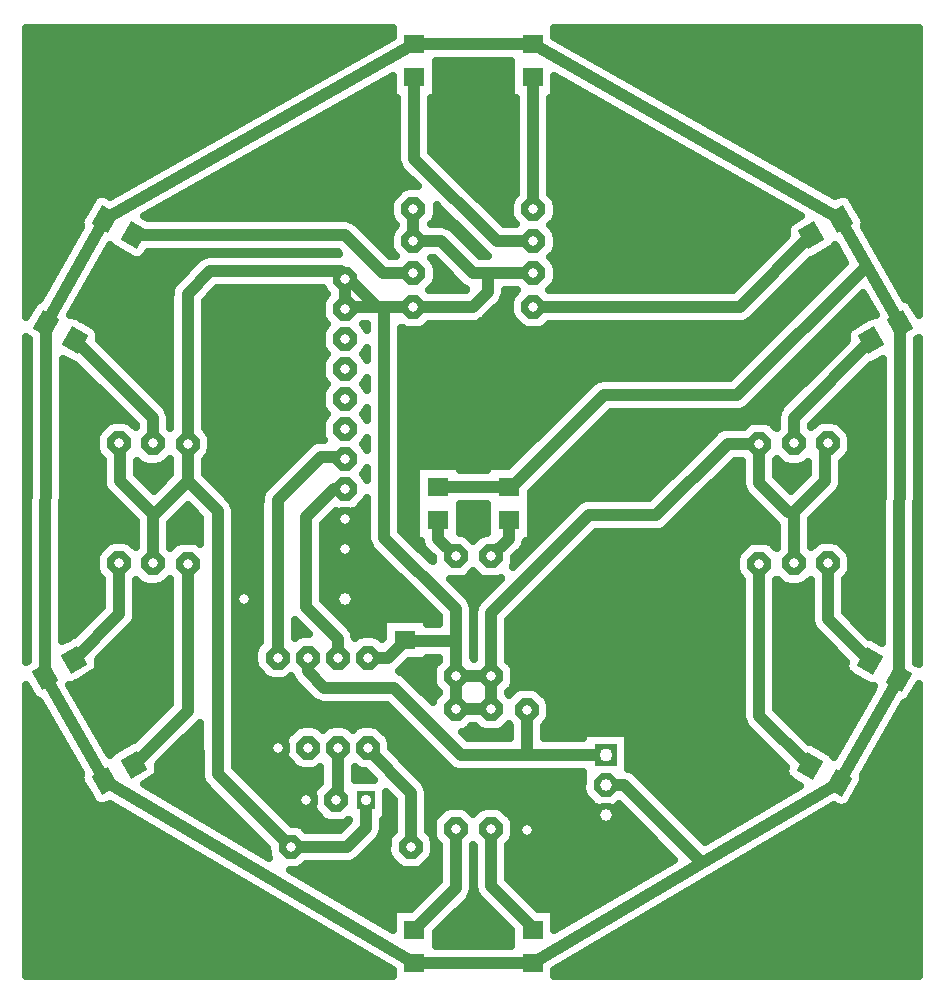
<source format=gbr>
G04 DipTrace 3.3.1.3*
G04 Bottom.gbr*
%MOMM*%
G04 #@! TF.FileFunction,Copper,L2,Bot*
G04 #@! TF.Part,Single*
%AMOUTLINE0*
4,1,8,
-1.01627,0.42097,
-1.01627,-0.42097,
-0.42097,-1.01627,
0.42097,-1.01627,
1.01627,-0.42097,
1.01627,0.42097,
0.42097,1.01627,
-0.42097,1.01627,
-1.01627,0.42097,
0*%
%AMOUTLINE3*
4,1,4,
-1.14283,0.37943,
-0.24283,-1.17943,
1.14283,-0.37943,
0.24283,1.17943,
-1.14283,0.37943,
0*%
%AMOUTLINE6*
4,1,4,
0.24283,-1.17943,
1.14283,0.37943,
-0.24283,1.17943,
-1.14283,-0.37943,
0.24283,-1.17943,
0*%
%AMOUTLINE9*
4,1,4,
1.14283,-0.37943,
0.24283,1.17943,
-1.14283,0.37943,
-0.24283,-1.17943,
1.14283,-0.37943,
0*%
%AMOUTLINE12*
4,1,8,
0.42097,1.01627,
-0.42097,1.01627,
-1.01627,0.42097,
-1.01627,-0.42097,
-0.42097,-1.01627,
0.42097,-1.01627,
1.01627,-0.42097,
1.01627,0.42097,
0.42097,1.01627,
0*%
%ADD13C,1.0*%
%ADD20C,0.8*%
%ADD21C,0.9*%
%ADD22C,1.1*%
G04 #@! TA.AperFunction,CopperBalancing*
%ADD14C,0.635*%
%ADD16R,1.8X1.6*%
G04 #@! TA.AperFunction,ComponentPad*
%ADD17R,1.5X1.5*%
%ADD18R,1.9X1.9*%
G04 #@! TA.AperFunction,ViaPad*
%ADD19C,2.2*%
G04 #@! TA.AperFunction,ComponentPad*
%ADD32OUTLINE0*%
%ADD35OUTLINE3*%
%ADD38OUTLINE6*%
%ADD41OUTLINE9*%
G04 #@! TA.AperFunction,ComponentPad*
%ADD44OUTLINE12*%
%FSLAX35Y35*%
G04*
G71*
G90*
G75*
G01*
G04 Bottom*
%LPD*%
X3397127Y2524000D2*
D13*
X3159000Y2762127D1*
Y2968493D1*
X3730500Y4651250D2*
Y4905250D1*
X5270373Y2270000D2*
X5810123D1*
X5937123Y2397000D1*
X3159000Y2968493D2*
Y3159000D1*
X3254250Y3254250D1*
X4032123D1*
X4635373Y2651000D1*
X5191000D1*
X5270373Y2571627D1*
Y2270000D1*
X3730500Y4651250D2*
Y4159127D1*
X4238500D1*
X3159000Y2968493D2*
X3143127D1*
Y3127247D1*
X2873250Y3397123D1*
Y4222623D1*
X3730500D2*
Y4651250D1*
X4286127Y2127123D2*
Y2587497D1*
X3921000Y2952623D1*
Y2968493D1*
X5118000Y4895750D2*
Y4737750D1*
X4968000Y4587750D1*
X4518000Y4895750D2*
Y4737750D1*
X4668000Y4587750D1*
X3413000Y3730493D2*
Y3619373D1*
X3555873Y3476500D1*
X4143250D1*
X4714750Y2905000D1*
X5285363D1*
X5937123D1*
X5270373Y3286000D2*
Y2919990D1*
X5285363Y2905000D1*
X4968000Y2277750D2*
Y1794500D1*
X5336750Y1425750D1*
X5318000D1*
X4668000Y2277750D2*
Y1775750D1*
X4318000Y1425750D1*
X1432987Y3711750D2*
X1818000Y4096763D1*
Y4527750D1*
X1940987Y2822750D2*
X2397000Y3278763D1*
Y4524250D1*
X1940987Y7305250D2*
X3727623D1*
X4047997Y6984877D1*
X4310000D1*
X1442107Y6416250D2*
X2102127Y5756230D1*
Y5543750D1*
X4318000Y8645750D2*
Y7953127D1*
X5016377Y7254750D1*
X5326000D1*
Y7524627D2*
Y8645750D1*
X5318000D1*
X5326000Y6699127D2*
X7072890D1*
X7679013Y7305250D1*
X8187013Y6416250D2*
X7533873Y5763110D1*
Y5543750D1*
X8175500Y3698750D2*
X7818000Y4056250D1*
Y4527750D1*
X7667500Y2809750D2*
X7238873Y3238377D1*
Y4524250D1*
X5118000Y5175750D2*
X4518000D1*
X5318000Y8925750D2*
X4318000D1*
X5318000Y1145750D2*
X4318000D1*
Y8925750D2*
D3*
Y1145750D2*
D3*
X8429500Y6556250D2*
X8147810Y7049207D1*
X7921500Y7445250D1*
X5118000Y5175750D2*
X5144000D1*
X5921250Y5953000D1*
X7051603D1*
X8147810Y7049207D1*
X7921500Y7445250D2*
X5318000Y8925750D1*
X4318000D2*
X1698500Y7445250D1*
X1199620Y6556250D2*
X1698500Y7445250D1*
X1199620Y6556250D2*
X1190500Y3571750D1*
X1698500Y2682750D2*
X4318000Y1145750D1*
X1698500Y2682750D2*
X1190500Y3571750D1*
X8417987Y3558750D2*
X8429500Y6556250D1*
X8417987Y3558750D2*
X7909987Y2669750D1*
X5318000Y1145750D2*
X6754180Y1990177D1*
X7909987Y2669750D1*
X5937123Y2651000D2*
X6093357D1*
X6754180Y1990177D1*
X3667000Y2968493D2*
Y2524000D1*
X3651127D1*
X3667000Y3730493D2*
Y3889250D1*
X3397127Y4159123D1*
Y4921127D1*
X3635250Y5159250D1*
X3730500D1*
X3159000Y3730493D2*
Y5063997D1*
X3524127Y5429123D1*
X3730500D1*
Y5413250D1*
X4968000Y3571750D2*
X4668000D1*
X4968000Y3293750D2*
Y3571750D1*
X4668000Y3293750D2*
Y3571750D1*
X1818000Y5543750D2*
X1825500Y5536250D1*
Y5222750D1*
X2102127Y4946123D1*
Y4527750D1*
X7818000Y5543750D2*
X7794500Y5520250D1*
Y5222750D1*
X7533873Y4962123D1*
Y4527750D1*
X7238873Y5540250D2*
Y5206873D1*
X7483623Y4962123D1*
X7533873D1*
X2397000Y5540250D2*
Y5222750D1*
X2120373Y4946123D1*
X2102127D1*
X4968000Y3293750D2*
X4668000D1*
X4310000Y7254750D2*
Y7524627D1*
X5326000Y6984877D2*
X4937370D1*
X4809997D1*
X4540123Y7254750D1*
X4310000D1*
Y6699127D2*
X4810000D1*
X4937370Y6826497D1*
Y6984877D1*
X4310000Y6699127D2*
X4063873D1*
X4000373D1*
X3698750Y7000750D1*
X2587500D1*
X2397000Y6810250D1*
Y5540250D1*
X7238873D2*
X6969000D1*
X6365750Y4937000D1*
X5794250D1*
X4968000Y4110750D1*
Y3571750D1*
X4668000D2*
Y3873377D1*
Y4142373D1*
X4063873Y4746500D1*
Y6699127D1*
X3921000Y3730493D2*
X4095617D1*
X4238500Y3873377D1*
X4668000D1*
X2397000Y5222750D2*
X2651000Y4968750D1*
Y2746250D1*
X3270127Y2127123D1*
X3905127Y2524000D2*
Y2285873D1*
X3746377Y2127123D1*
X3270127D1*
X4238500Y3879127D2*
Y3873377D1*
X3730500Y6683250D2*
Y6937250D1*
Y6762627D1*
X3794000Y6699127D1*
X4000373D1*
D19*
X2873250Y4222623D3*
X3730500D3*
X8581853Y9001333D2*
D14*
X5508630D1*
X4127377D2*
X1038110D1*
X8581853Y8938167D2*
X5594397D1*
X4040330D2*
X1038110D1*
X8581853Y8875000D2*
X5705503D1*
X3928587D2*
X1038110D1*
X8581853Y8811833D2*
X5816613D1*
X3816840D2*
X1038110D1*
X8581853Y8748667D2*
X5927627D1*
X5127337D2*
X4508670D1*
X3705097D2*
X1038110D1*
X8581853Y8685500D2*
X6038733D1*
X5127337D2*
X4508670D1*
X3593353D2*
X1038110D1*
X8581853Y8622333D2*
X6149840D1*
X5553353D2*
X5508630D1*
X5127337D2*
X4508670D1*
X4127377D2*
X4080740D1*
X3481517D2*
X1038110D1*
X8581853Y8559167D2*
X6260857D1*
X5664367D2*
X5508630D1*
X5127337D2*
X4508670D1*
X4127377D2*
X3968993D1*
X3369770D2*
X1038110D1*
X8581853Y8496000D2*
X6371963D1*
X5775473D2*
X5508630D1*
X5127337D2*
X4508670D1*
X4127377D2*
X3857250D1*
X3258027D2*
X1038110D1*
X8581853Y8432833D2*
X6483070D1*
X5886580D2*
X5476637D1*
X5175370D2*
X4468657D1*
X4167387D2*
X3745503D1*
X3146280D2*
X1038110D1*
X8581853Y8369667D2*
X6594177D1*
X5997687D2*
X5476637D1*
X5175370D2*
X4468657D1*
X4167387D2*
X3633670D1*
X3034537D2*
X1038110D1*
X8581853Y8306500D2*
X6705193D1*
X6108703D2*
X5476637D1*
X5175370D2*
X4468657D1*
X4167387D2*
X3521923D1*
X2922700D2*
X1038110D1*
X8581853Y8243333D2*
X6816300D1*
X6219810D2*
X5476637D1*
X5175370D2*
X4468657D1*
X4167387D2*
X3410180D1*
X2810957D2*
X1038110D1*
X8581853Y8180167D2*
X6927407D1*
X6330917D2*
X5476637D1*
X5175370D2*
X4468657D1*
X4167387D2*
X3298433D1*
X2699210D2*
X1038110D1*
X8581853Y8117000D2*
X7038420D1*
X6441933D2*
X5476637D1*
X5175370D2*
X4468657D1*
X4167387D2*
X3186690D1*
X2587467D2*
X1038110D1*
X8581853Y8053833D2*
X7149530D1*
X6553040D2*
X5476637D1*
X5175370D2*
X4468657D1*
X4167387D2*
X3074853D1*
X2475720D2*
X1038110D1*
X8581853Y7990667D2*
X7260637D1*
X6664147D2*
X5476637D1*
X5175370D2*
X4490897D1*
X4167387D2*
X2963110D1*
X2363887D2*
X1038110D1*
X8581853Y7927500D2*
X7371650D1*
X6775163D2*
X5476637D1*
X5175370D2*
X4554060D1*
X4169667D2*
X2851363D1*
X2252140D2*
X1038110D1*
X8581853Y7864333D2*
X7482757D1*
X6886270D2*
X5476637D1*
X5175370D2*
X4617223D1*
X4197923D2*
X2739620D1*
X2140397D2*
X1038110D1*
X8581853Y7801167D2*
X7593863D1*
X6997377D2*
X5476637D1*
X5175370D2*
X4680387D1*
X4259537D2*
X2627873D1*
X2028650D2*
X1038110D1*
X8581853Y7738000D2*
X7704970D1*
X7108483D2*
X5476637D1*
X5175370D2*
X4743553D1*
X4322700D2*
X2516040D1*
X1916907D2*
X1038110D1*
X8581853Y7674833D2*
X7815987D1*
X7219497D2*
X5476637D1*
X5175370D2*
X4806717D1*
X4176777D2*
X2404293D1*
X1805070D2*
X1038110D1*
X8581853Y7611667D2*
X8033003D1*
X7330603D2*
X5516833D1*
X5135173D2*
X4869880D1*
X4119173D2*
X2292550D1*
X1586960D2*
X1038110D1*
X8581853Y7548500D2*
X8069463D1*
X7441710D2*
X5528227D1*
X5123690D2*
X4933043D1*
X4107687D2*
X2180803D1*
X1550500D2*
X1038110D1*
X8581853Y7485333D2*
X8105920D1*
X7552727D2*
X5528227D1*
X5123690D2*
X4996207D1*
X4575357D2*
X4512223D1*
X4107687D2*
X2069060D1*
X1514043D2*
X1038110D1*
X8581853Y7422167D2*
X8135270D1*
X7506880D2*
X5506443D1*
X5145567D2*
X5059373D1*
X4638520D2*
X4490440D1*
X4129563D2*
X3818513D1*
X1484783D2*
X1038110D1*
X8581853Y7359000D2*
X8143290D1*
X7465410D2*
X5504893D1*
X4701687D2*
X4646207D1*
X4131113D2*
X3884320D1*
X1478313D2*
X1038110D1*
X8581853Y7295833D2*
X8179387D1*
X7459210D2*
X5528227D1*
X4764850D2*
X4709463D1*
X4107687D2*
X3947483D1*
X1442857D2*
X1038110D1*
X8581853Y7232667D2*
X8215480D1*
X7396047D2*
X5528227D1*
X4828013D2*
X4772627D1*
X4107687D2*
X4010647D1*
X1407400D2*
X1038110D1*
X8581853Y7169500D2*
X8251573D1*
X7906553D2*
X7818813D1*
X7332883D2*
X5517837D1*
X4891177D2*
X4835790D1*
X4118170D2*
X4073813D1*
X1801150D2*
X1715597D1*
X1371947D2*
X1038110D1*
X8581853Y7106333D2*
X8287667D1*
X7942650D2*
X7709437D1*
X7269720D2*
X5487940D1*
X2482830D2*
X2019933D1*
X1910617D2*
X1680140D1*
X1336490D2*
X1038110D1*
X8581853Y7043167D2*
X8323760D1*
X7931347D2*
X7627313D1*
X7206553D2*
X5526860D1*
X4541270D2*
X4510857D1*
X2419483D2*
X1644683D1*
X1301033D2*
X1038110D1*
X8581853Y6980000D2*
X8359853D1*
X7868183D2*
X7564150D1*
X7143390D2*
X5528227D1*
X4604433D2*
X4512223D1*
X2356320D2*
X1609230D1*
X1265580D2*
X1038110D1*
X8581853Y6916833D2*
X8395947D1*
X7805020D2*
X7500987D1*
X7080227D2*
X5524670D1*
X4667597D2*
X4508670D1*
X2293157D2*
X1573773D1*
X1230123D2*
X1038110D1*
X8581853Y6853667D2*
X8432040D1*
X7741853D2*
X7437823D1*
X7017063D2*
X5478187D1*
X4743613D2*
X4462183D1*
X3537843D2*
X2650843D1*
X2253053D2*
X1538317D1*
X1194757D2*
X1038110D1*
X8581853Y6790500D2*
X8468137D1*
X8123117D2*
X8099540D1*
X7678690D2*
X7374660D1*
X5137637D2*
X5083433D1*
X3554340D2*
X2587680D1*
X2246400D2*
X1502863D1*
X1159303D2*
X1038110D1*
X8581853Y6727333D2*
X8538043D1*
X8159210D2*
X8036377D1*
X7615527D2*
X7311493D1*
X5123690D2*
X5048527D1*
X3528273D2*
X2547667D1*
X2246400D2*
X1467407D1*
X1091127D2*
X1038110D1*
X8195303Y6664167D2*
X7973213D1*
X7552363D2*
X7248330D1*
X5123690D2*
X4985453D1*
X3528273D2*
X2547667D1*
X2246400D2*
X1431950D1*
X8132050Y6601000D2*
X7910050D1*
X7489197D2*
X7185167D1*
X5142193D2*
X4922290D1*
X3537207D2*
X2547667D1*
X2246400D2*
X1497030D1*
X8022673Y6537833D2*
X7846887D1*
X7426033D2*
X5448110D1*
X5203900D2*
X4432107D1*
X3555710D2*
X2547667D1*
X2246400D2*
X1606493D1*
X7974367Y6474667D2*
X7783720D1*
X7362870D2*
X4214540D1*
X3528273D2*
X2547667D1*
X2246400D2*
X1654803D1*
X7971817Y6411500D2*
X7720467D1*
X7299707D2*
X4214540D1*
X3528273D2*
X2547667D1*
X2246400D2*
X1657263D1*
X7908650Y6348333D2*
X7657303D1*
X7236543D2*
X4214540D1*
X3536567D2*
X2547667D1*
X2246400D2*
X1720427D1*
X7845487Y6285167D2*
X7594137D1*
X7173377D2*
X4214540D1*
X3556983D2*
X2547667D1*
X2246400D2*
X1783590D1*
X8277610Y6222000D2*
X8225503D1*
X7782323D2*
X7530973D1*
X7110213D2*
X4214540D1*
X3528363D2*
X2547667D1*
X2246400D2*
X1846753D1*
X1403663D2*
X1349280D1*
X8277337Y6158833D2*
X8140010D1*
X7719160D2*
X7467810D1*
X7047050D2*
X4214540D1*
X3528273D2*
X2547667D1*
X2246400D2*
X1909920D1*
X1489160D2*
X1349007D1*
X8277063Y6095667D2*
X8076847D1*
X7655997D2*
X7404647D1*
X5893327D2*
X4214540D1*
X3536020D2*
X2547667D1*
X2246400D2*
X1973083D1*
X1552323D2*
X1348827D1*
X8276880Y6032500D2*
X8013683D1*
X7592830D2*
X7341480D1*
X5790330D2*
X4214540D1*
X3558353D2*
X2547667D1*
X2246400D2*
X2036247D1*
X1615487D2*
X1348643D1*
X8276607Y5969333D2*
X7950517D1*
X7529667D2*
X7278317D1*
X5727167D2*
X4214540D1*
X3528457D2*
X2547667D1*
X2246400D2*
X2099410D1*
X1678650D2*
X1348460D1*
X8276333Y5906167D2*
X7887353D1*
X7466503D2*
X7215153D1*
X5664003D2*
X4214540D1*
X3528273D2*
X2547667D1*
X2246400D2*
X2162577D1*
X1741817D2*
X1348280D1*
X8276150Y5843000D2*
X7824190D1*
X7407350D2*
X7151350D1*
X5600840D2*
X4214540D1*
X3535473D2*
X2547667D1*
X2246400D2*
X2223733D1*
X1804980D2*
X1348097D1*
X8275877Y5779833D2*
X7761027D1*
X7384197D2*
X5958527D1*
X5537673D2*
X4214540D1*
X3559627D2*
X2547667D1*
X1868143D2*
X1347913D1*
X8275603Y5716667D2*
X7928187D1*
X7383197D2*
X7344763D1*
X7133000D2*
X5895363D1*
X5474510D2*
X4214540D1*
X3528547D2*
X2547667D1*
X1707817D2*
X1347730D1*
X8275423Y5653500D2*
X7991623D1*
X6873233D2*
X5832197D1*
X5411347D2*
X4214540D1*
X3528273D2*
X2567170D1*
X1644290D2*
X1347457D1*
X8275150Y5590333D2*
X8020153D1*
X6808703D2*
X5769033D1*
X5348183D2*
X4214540D1*
X3534927D2*
X2598890D1*
X1615853D2*
X1347277D1*
X8274877Y5527167D2*
X8020243D1*
X6745540D2*
X5705780D1*
X5285020D2*
X4214540D1*
X3411790D2*
X2599253D1*
X1615760D2*
X1347093D1*
X8274693Y5464000D2*
X8012407D1*
X6682377D2*
X5642613D1*
X5221853D2*
X4214540D1*
X3348627D2*
X2592873D1*
X1623600D2*
X1346910D1*
X8274420Y5400833D2*
X7958540D1*
X6619210D2*
X5579450D1*
X5158690D2*
X4214540D1*
X3285460D2*
X2547667D1*
X1674823D2*
X1346730D1*
X8274147Y5337667D2*
X7945140D1*
X7643873D2*
X7389517D1*
X7088247D2*
X6976807D1*
X6556047D2*
X5516287D1*
X4927363D2*
X4708643D1*
X4327350D2*
X4214540D1*
X3222297D2*
X2547667D1*
X2246400D2*
X1976183D1*
X1674823D2*
X1346547D1*
X8273963Y5274500D2*
X7945140D1*
X7635853D2*
X7389517D1*
X7088247D2*
X6913643D1*
X6492883D2*
X5453123D1*
X4327350D2*
X4214540D1*
X3159133D2*
X2555687D1*
X2238377D2*
X1984113D1*
X1674823D2*
X1346363D1*
X8273690Y5211333D2*
X7944683D1*
X7572687D2*
X7444840D1*
X7088247D2*
X6850480D1*
X6429720D2*
X5389957D1*
X4327350D2*
X4214540D1*
X3095970D2*
X2618850D1*
X2175213D2*
X2047367D1*
X1675280D2*
X1346183D1*
X8273417Y5148167D2*
X7924360D1*
X7100733D2*
X6787313D1*
X6366553D2*
X5326793D1*
X4327350D2*
X4214540D1*
X3035447D2*
X2682017D1*
X1695603D2*
X1346000D1*
X8273233Y5085000D2*
X7867120D1*
X7150317D2*
X6724150D1*
X6303300D2*
X5308657D1*
X4327350D2*
X4214540D1*
X3009927D2*
X2745180D1*
X1752843D2*
X1345727D1*
X8272960Y5021833D2*
X7803957D1*
X7213483D2*
X6660987D1*
X5668650D2*
X5308657D1*
X4927363D2*
X4708643D1*
X4327350D2*
X4214540D1*
X3913273D2*
X3876480D1*
X3008377D2*
X2791480D1*
X1816007D2*
X1345543D1*
X8272687Y4958667D2*
X7740790D1*
X7276647D2*
X6597823D1*
X5605487D2*
X5308657D1*
X4927363D2*
X4708643D1*
X4327350D2*
X4214540D1*
X3913273D2*
X3645063D1*
X3008377D2*
X2801600D1*
X2450657D2*
X2343317D1*
X1879173D2*
X1345363D1*
X8272507Y4895500D2*
X7684553D1*
X7339810D2*
X6534660D1*
X5542323D2*
X5308657D1*
X4927363D2*
X4708643D1*
X4327350D2*
X4214540D1*
X3913273D2*
X3581897D1*
X3008377D2*
X2801600D1*
X2500330D2*
X2280153D1*
X1942337D2*
X1345180D1*
X8272233Y4832333D2*
X7684553D1*
X7383197D2*
X6471403D1*
X5479160D2*
X5308657D1*
X4927363D2*
X4708643D1*
X4327350D2*
X4214540D1*
X3913273D2*
X3547810D1*
X3008377D2*
X2801600D1*
X2500330D2*
X2252810D1*
X1951450D2*
X1344997D1*
X8271960Y4769167D2*
X7684553D1*
X7383197D2*
X5836847D1*
X5415997D2*
X5308657D1*
X4869303D2*
X4766703D1*
X4327350D2*
X4251637D1*
X3913273D2*
X3547810D1*
X3008377D2*
X2801600D1*
X2500330D2*
X2252810D1*
X1951450D2*
X1344813D1*
X8271777Y4706000D2*
X7921350D1*
X7714603D2*
X7684553D1*
X7383197D2*
X7337017D1*
X7140747D2*
X5773683D1*
X5352830D2*
X5265087D1*
X4370917D2*
X4314803D1*
X3919017D2*
X3547810D1*
X3008377D2*
X2801600D1*
X2298807D2*
X2252810D1*
X1951450D2*
X1921350D1*
X1714563D2*
X1344633D1*
X8271503Y4642833D2*
X7986337D1*
X7074030D2*
X5710517D1*
X5289667D2*
X5233003D1*
X4403000D2*
X4377950D1*
X3957113D2*
X3547810D1*
X3008377D2*
X2801600D1*
X1649667D2*
X1344450D1*
X8271230Y4579667D2*
X8019790D1*
X7037570D2*
X5647353D1*
X5226503D2*
X5170297D1*
X4465710D2*
X4441130D1*
X4020280D2*
X3547810D1*
X3008377D2*
X2801600D1*
X1616217D2*
X1344177D1*
X8271047Y4516500D2*
X8020243D1*
X7036567D2*
X5584190D1*
X4083443D2*
X3547810D1*
X3008377D2*
X2801600D1*
X1615760D2*
X1343993D1*
X8270773Y4453333D2*
X8014593D1*
X7041127D2*
X5521027D1*
X4146607D2*
X3547810D1*
X3008377D2*
X2801600D1*
X1621413D2*
X1343813D1*
X8270500Y4390167D2*
X7968657D1*
X7088247D2*
X5457863D1*
X5037010D2*
X4630623D1*
X4209770D2*
X3547810D1*
X3008377D2*
X2801600D1*
X1667350D2*
X1343630D1*
X8270317Y4327000D2*
X7968657D1*
X7667387D2*
X7389517D1*
X7088247D2*
X5394697D1*
X4973847D2*
X4693787D1*
X4272937D2*
X3547810D1*
X3008377D2*
X2801600D1*
X2246400D2*
X1968617D1*
X1667350D2*
X1343447D1*
X8270043Y4263833D2*
X7968657D1*
X7667387D2*
X7389517D1*
X7088247D2*
X5331533D1*
X4910683D2*
X4756950D1*
X4336100D2*
X3547810D1*
X3008377D2*
X2801600D1*
X2246400D2*
X1968617D1*
X1667350D2*
X1343267D1*
X8269770Y4200667D2*
X7968657D1*
X7667387D2*
X7389517D1*
X7088247D2*
X5268280D1*
X4848793D2*
X4806350D1*
X4399263D2*
X3565947D1*
X3008377D2*
X2801600D1*
X2246400D2*
X1968617D1*
X1667350D2*
X1343083D1*
X8269590Y4137500D2*
X7968657D1*
X7667387D2*
X7389517D1*
X7088247D2*
X5205113D1*
X4462427D2*
X3629113D1*
X3008377D2*
X2801600D1*
X2246400D2*
X1968617D1*
X1648300D2*
X1342900D1*
X8269317Y4074333D2*
X8010310D1*
X7667387D2*
X7389517D1*
X7088247D2*
X5141950D1*
X4517387D2*
X3692367D1*
X3008377D2*
X2801600D1*
X2246400D2*
X1966887D1*
X1585137D2*
X1342720D1*
X8269043Y4011167D2*
X8073473D1*
X7674590D2*
X7389517D1*
X7088247D2*
X5118617D1*
X4047897D2*
X3755530D1*
X3334680D2*
X3309647D1*
X3008377D2*
X2801600D1*
X2246400D2*
X1940543D1*
X1521970D2*
X1342447D1*
X8268860Y3948000D2*
X8136637D1*
X7715877D2*
X7389517D1*
X7088247D2*
X5118617D1*
X4047897D2*
X3805113D1*
X3397843D2*
X3309647D1*
X3008377D2*
X2801600D1*
X2246400D2*
X1879660D1*
X1458807D2*
X1342263D1*
X8268587Y3884833D2*
X8228147D1*
X7779043D2*
X7389517D1*
X7088247D2*
X5118617D1*
X3008377D2*
X2801600D1*
X2246400D2*
X1816493D1*
X7842207Y3821667D2*
X7389517D1*
X7088247D2*
X5118617D1*
X2970553D2*
X2801600D1*
X2246400D2*
X1753330D1*
X7905370Y3758500D2*
X7389517D1*
X7088247D2*
X5118617D1*
X2956697D2*
X2801600D1*
X2246400D2*
X1690167D1*
X7967167Y3695333D2*
X7389517D1*
X7088247D2*
X5127823D1*
X4508183D2*
X4270870D1*
X2956697D2*
X2801600D1*
X2246400D2*
X1645413D1*
X7965070Y3632167D2*
X7389517D1*
X7088247D2*
X5168473D1*
X4467530D2*
X4207707D1*
X2975293D2*
X2801600D1*
X2246400D2*
X1638213D1*
X8025317Y3569000D2*
X7389517D1*
X7088247D2*
X5170297D1*
X4465710D2*
X4261117D1*
X3037090D2*
X2801600D1*
X2246400D2*
X1560647D1*
X8134693Y3505833D2*
X7389517D1*
X7088247D2*
X5167197D1*
X4468807D2*
X4324280D1*
X3316177D2*
X2801600D1*
X2246400D2*
X1448993D1*
X8581853Y3442667D2*
X8558587D1*
X8179080D2*
X7389517D1*
X7088247D2*
X5397160D1*
X5143650D2*
X5122360D1*
X4513650D2*
X4387537D1*
X3379340D2*
X2801600D1*
X2246400D2*
X1436780D1*
X1057400D2*
X1038137D1*
X8581853Y3379500D2*
X8520270D1*
X8142987D2*
X7389517D1*
X7088247D2*
X5457407D1*
X4476463D2*
X4450700D1*
X3442507D2*
X2801600D1*
X2246400D2*
X1472873D1*
X1101790D2*
X1038110D1*
X8581853Y3316333D2*
X8452003D1*
X8106893D2*
X7389517D1*
X7088247D2*
X5472627D1*
X4093013D2*
X2801600D1*
X2224160D2*
X1508970D1*
X1163950D2*
X1038110D1*
X8581853Y3253167D2*
X8415910D1*
X8070800D2*
X7434450D1*
X7088247D2*
X5472627D1*
X4156177D2*
X2801600D1*
X2160997D2*
X1545063D1*
X1200043D2*
X1038110D1*
X8581853Y3190000D2*
X8379813D1*
X8034707D2*
X7497613D1*
X7096543D2*
X5455673D1*
X4219340D2*
X2801600D1*
X2097830D2*
X1581157D1*
X1236137D2*
X1038110D1*
X8581853Y3126833D2*
X8343720D1*
X7998613D2*
X7560780D1*
X7140020D2*
X5421040D1*
X5119770D2*
X5084530D1*
X4851530D2*
X4784477D1*
X4282507D2*
X4046103D1*
X3287923D2*
X2801600D1*
X2500330D2*
X2455517D1*
X2034667D2*
X1617250D1*
X1272233D2*
X1038110D1*
X8581853Y3063667D2*
X8307627D1*
X7962520D2*
X7624033D1*
X7203183D2*
X6132797D1*
X5741477D2*
X5421040D1*
X5119770D2*
X4766520D1*
X4345670D2*
X4106897D1*
X3227127D2*
X2801600D1*
X2500330D2*
X2392353D1*
X1971503D2*
X1653343D1*
X1308327D2*
X1038110D1*
X8581853Y3000500D2*
X8271533D1*
X7926423D2*
X7712080D1*
X7266347D2*
X6132797D1*
X4408833D2*
X4123303D1*
X3210720D2*
X2801600D1*
X2500330D2*
X2329100D1*
X1873887D2*
X1689437D1*
X1344420D2*
X1038110D1*
X8581853Y2937333D2*
X8235440D1*
X7890330D2*
X7821457D1*
X7329510D2*
X6132797D1*
X4471997D2*
X4146730D1*
X3210720D2*
X2801600D1*
X2500330D2*
X2265933D1*
X1765423D2*
X1725530D1*
X1380513D2*
X1038110D1*
X8581853Y2874167D2*
X8199347D1*
X7392673D2*
X6132797D1*
X4535163D2*
X4209893D1*
X3226490D2*
X2801600D1*
X2500330D2*
X2202770D1*
X1416607D2*
X1038110D1*
X8581853Y2811000D2*
X8163253D1*
X7455840D2*
X6132797D1*
X4598327D2*
X4273057D1*
X3287103D2*
X2801600D1*
X2500330D2*
X2152183D1*
X1452700D2*
X1038110D1*
X8581853Y2747833D2*
X8127160D1*
X7455657D2*
X6206897D1*
X5741477D2*
X4336220D1*
X3915370D2*
X3817600D1*
X3516333D2*
X2859840D1*
X2500330D2*
X2148357D1*
X1487610D2*
X1038110D1*
X8581853Y2684667D2*
X8122053D1*
X7509250D2*
X6270063D1*
X5734823D2*
X4399113D1*
X3516333D2*
X2923003D1*
X2514187D2*
X2076717D1*
X1490710D2*
X1038110D1*
X8581853Y2621500D2*
X8089697D1*
X7536867D2*
X6333227D1*
X5734823D2*
X4432743D1*
X3466840D2*
X2986170D1*
X2565317D2*
X2094397D1*
X1526257D2*
X1038110D1*
X8581853Y2558333D2*
X8053240D1*
X7429497D2*
X6396390D1*
X5749590D2*
X4436753D1*
X4104863D2*
X4080740D1*
X3448887D2*
X3049333D1*
X2628483D2*
X2202040D1*
X1562713D2*
X1038110D1*
X8581853Y2495167D2*
X8015960D1*
X7322037D2*
X6459553D1*
X5809563D2*
X4436753D1*
X4135487D2*
X4080740D1*
X3448887D2*
X3112497D1*
X2691647D2*
X2309683D1*
X1604277D2*
X1038110D1*
X8581853Y2432000D2*
X7796663D1*
X7214577D2*
X6522720D1*
X6101960D2*
X5097197D1*
X4838860D2*
X4797147D1*
X4538807D2*
X4436753D1*
X4135487D2*
X4080740D1*
X3463103D2*
X3175660D1*
X2754810D2*
X2417327D1*
X1834420D2*
X1038110D1*
X8581853Y2368833D2*
X7689203D1*
X7107207D2*
X6585973D1*
X6165123D2*
X5156533D1*
X4479470D2*
X4436753D1*
X4135487D2*
X4080740D1*
X3522897D2*
X3238827D1*
X2817973D2*
X2524970D1*
X1942063D2*
X1038110D1*
X8581853Y2305667D2*
X7581833D1*
X6999747D2*
X6649137D1*
X6228287D2*
X5170297D1*
X4465710D2*
X4436753D1*
X4135487D2*
X4055767D1*
X3714483D2*
X3373083D1*
X2881137D2*
X2632613D1*
X2049707D2*
X1038110D1*
X8581853Y2242500D2*
X7474373D1*
X6892283D2*
X6712303D1*
X6291450D2*
X5170297D1*
X4118080D2*
X4049113D1*
X2944303D2*
X2740257D1*
X2157350D2*
X1038110D1*
X8581853Y2179333D2*
X7366910D1*
X6354613D2*
X5151613D1*
X4084447D2*
X4009007D1*
X3007467D2*
X2847900D1*
X2264993D2*
X1038110D1*
X8581853Y2116167D2*
X7259450D1*
X6417780D2*
X5118617D1*
X4517387D2*
X4488347D1*
X4083900D2*
X3945843D1*
X3067897D2*
X2955637D1*
X2372637D2*
X1038110D1*
X8581853Y2053000D2*
X7152080D1*
X6480943D2*
X5118617D1*
X4517387D2*
X4482783D1*
X4089460D2*
X3882680D1*
X2480280D2*
X1038110D1*
X8581853Y1989833D2*
X7044620D1*
X6462530D2*
X5118617D1*
X4517387D2*
X4432290D1*
X4139953D2*
X3797093D1*
X2587923D2*
X1038110D1*
X8581853Y1926667D2*
X6937160D1*
X6355163D2*
X5118617D1*
X4517387D2*
X3278563D1*
X2695657D2*
X1038110D1*
X8581853Y1863500D2*
X6829790D1*
X6247700D2*
X5118617D1*
X4517387D2*
X3386207D1*
X2803300D2*
X1038110D1*
X8581853Y1800333D2*
X6722327D1*
X6140240D2*
X5172577D1*
X4482207D2*
X3493850D1*
X2910943D2*
X1038110D1*
X8581853Y1737167D2*
X6614867D1*
X6032870D2*
X5235740D1*
X4419043D2*
X3601493D1*
X3018587D2*
X1038110D1*
X8581853Y1674000D2*
X6507497D1*
X5925410D2*
X5298903D1*
X4878053D2*
X4776637D1*
X4355877D2*
X3709137D1*
X3126230D2*
X1038110D1*
X8581853Y1610833D2*
X6400037D1*
X5817947D2*
X5362067D1*
X4941217D2*
X4713473D1*
X4292713D2*
X3816873D1*
X3233873D2*
X1038110D1*
X8581853Y1547667D2*
X6292577D1*
X5710580D2*
X5508630D1*
X5004470D2*
X4650310D1*
X4127377D2*
X3924517D1*
X3341517D2*
X1038110D1*
X8581853Y1484500D2*
X6185207D1*
X5603117D2*
X5508630D1*
X5067637D2*
X4587147D1*
X4127377D2*
X4032160D1*
X3449160D2*
X1038110D1*
X8581853Y1421333D2*
X6077743D1*
X5127337D2*
X4523980D1*
X3556893D2*
X1038110D1*
X8581853Y1358167D2*
X5970283D1*
X5127337D2*
X4508670D1*
X3664537D2*
X1038110D1*
X8581853Y1295000D2*
X5862913D1*
X5127337D2*
X4508670D1*
X3772180D2*
X1038110D1*
X8581853Y1231833D2*
X5755453D1*
X3879823D2*
X1038110D1*
X8581853Y1168667D2*
X5647993D1*
X3987467D2*
X1038110D1*
X8581853Y1105500D2*
X5540530D1*
X4095110D2*
X1038110D1*
X8581853Y1042333D2*
X5508630D1*
X4127377D2*
X1038110D1*
X3812210Y2800213D2*
X3823480Y2790583D1*
X3836097Y2782853D1*
X3849767Y2777190D1*
X3864153Y2773737D1*
X3878903Y2772577D1*
X3897040D1*
X3976293Y2693273D1*
X3811277Y2693290D1*
X3811290Y2801173D1*
X4116917Y2960760D2*
X4116627Y3017987D1*
X4114310Y3032600D1*
X4109740Y3046673D1*
X4103023Y3059857D1*
X4094327Y3071827D1*
X4029770Y3136793D1*
X4018520Y3146403D1*
X4005903Y3154133D1*
X3992233Y3159797D1*
X3977847Y3163250D1*
X3963097Y3164410D1*
X3871507Y3164120D1*
X3856893Y3161803D1*
X3842820Y3157233D1*
X3829637Y3150517D1*
X3817667Y3141820D1*
X3793990Y3118553D1*
X3770333Y3141820D1*
X3758363Y3150517D1*
X3745180Y3157233D1*
X3731107Y3161807D1*
X3716493Y3164120D1*
X3624903Y3164410D1*
X3610153Y3163250D1*
X3595767Y3159797D1*
X3582097Y3154133D1*
X3569480Y3146403D1*
X3558230Y3136793D1*
X3539990Y3118553D1*
X3516333Y3141820D1*
X3504363Y3150517D1*
X3491180Y3157233D1*
X3477107Y3161803D1*
X3462493Y3164120D1*
X3370903Y3164410D1*
X3356153Y3163250D1*
X3341767Y3159797D1*
X3328097Y3154133D1*
X3315480Y3146403D1*
X3304230Y3136793D1*
X3239673Y3071827D1*
X3230977Y3059857D1*
X3224260Y3046673D1*
X3219690Y3032600D1*
X3217373Y3017987D1*
X3217083Y2926397D1*
X3218243Y2911647D1*
X3221697Y2897260D1*
X3227360Y2883590D1*
X3235090Y2870973D1*
X3244700Y2859723D1*
X3309667Y2795167D1*
X3321637Y2786470D1*
X3334820Y2779753D1*
X3348893Y2775183D1*
X3363507Y2772867D1*
X3455097Y2772577D1*
X3469847Y2773737D1*
X3484233Y2777190D1*
X3497903Y2782853D1*
X3510520Y2790583D1*
X3522737Y2801160D1*
X3522710Y2672727D1*
X3477800Y2627333D1*
X3469103Y2615363D1*
X3462387Y2602180D1*
X3457813Y2588107D1*
X3455500Y2573493D1*
X3455210Y2481903D1*
X3456370Y2467153D1*
X3459823Y2452767D1*
X3465487Y2439097D1*
X3473217Y2426480D1*
X3482827Y2415230D1*
X3547793Y2350673D1*
X3559763Y2341977D1*
X3572947Y2335260D1*
X3587020Y2330687D1*
X3601633Y2328373D1*
X3693223Y2328083D1*
X3707973Y2329243D1*
X3722360Y2332697D1*
X3736030Y2338360D1*
X3748647Y2346090D1*
X3759170Y2354710D1*
X3760900D1*
X3753600Y2338403D1*
X3686637Y2271440D1*
X3402847Y2271413D1*
X3373460Y2300450D1*
X3361490Y2309147D1*
X3348307Y2315863D1*
X3334233Y2320437D1*
X3319620Y2322750D1*
X3278223Y2323040D1*
X2795263Y2806043D1*
X2794847Y4980070D1*
X2791303Y5002433D1*
X2784307Y5023967D1*
X2774027Y5044140D1*
X2760720Y5062460D1*
X2720030Y5103777D1*
X2541310Y5282497D1*
X2541290Y5407503D1*
X2570327Y5436917D1*
X2579023Y5448887D1*
X2585740Y5462070D1*
X2590313Y5476143D1*
X2592627Y5490757D1*
X2592917Y5582347D1*
X2591757Y5597097D1*
X2588303Y5611483D1*
X2582640Y5625153D1*
X2574910Y5637767D1*
X2565280Y5649037D1*
X2541260Y5673057D1*
X2541290Y6750393D1*
X2647327Y6856520D1*
X3542800Y6856460D1*
X3552590Y6839730D1*
X3562200Y6828480D1*
X3580440Y6810240D1*
X3557173Y6786583D1*
X3548477Y6774613D1*
X3541760Y6761430D1*
X3537187Y6747357D1*
X3534873Y6732743D1*
X3534583Y6641153D1*
X3535743Y6626403D1*
X3539197Y6612017D1*
X3544860Y6598347D1*
X3552590Y6585730D1*
X3562200Y6574480D1*
X3580440Y6556240D1*
X3557173Y6532583D1*
X3548477Y6520613D1*
X3541760Y6507430D1*
X3537190Y6493357D1*
X3534873Y6478743D1*
X3534583Y6387153D1*
X3535743Y6372403D1*
X3539197Y6358017D1*
X3544860Y6344347D1*
X3552590Y6331730D1*
X3562200Y6320480D1*
X3580440Y6302240D1*
X3557173Y6278583D1*
X3548477Y6266613D1*
X3541760Y6253430D1*
X3537187Y6239357D1*
X3534873Y6224743D1*
X3534583Y6133153D1*
X3535743Y6118403D1*
X3539197Y6104017D1*
X3544860Y6090347D1*
X3552590Y6077730D1*
X3562200Y6066480D1*
X3580440Y6048240D1*
X3557173Y6024583D1*
X3548477Y6012613D1*
X3541760Y5999430D1*
X3537190Y5985357D1*
X3534873Y5970743D1*
X3534583Y5879153D1*
X3535743Y5864403D1*
X3539197Y5850017D1*
X3544860Y5836347D1*
X3552590Y5823730D1*
X3562200Y5812480D1*
X3580440Y5794240D1*
X3557173Y5770583D1*
X3548477Y5758613D1*
X3541760Y5745430D1*
X3537187Y5731357D1*
X3534873Y5716743D1*
X3534583Y5625153D1*
X3535743Y5610403D1*
X3539197Y5596017D1*
X3544860Y5582347D1*
X3548493Y5575863D1*
X3543833Y5573413D1*
X3512807Y5572970D1*
X3490443Y5569427D1*
X3468910Y5562430D1*
X3448737Y5552150D1*
X3430417Y5538843D1*
X3389100Y5498153D1*
X3049280Y5157707D1*
X3035973Y5139387D1*
X3025693Y5119213D1*
X3018697Y5097680D1*
X3015153Y5075317D1*
X3014710Y5017330D1*
Y3863333D1*
X2985673Y3833827D1*
X2976977Y3821857D1*
X2970260Y3808673D1*
X2965687Y3794600D1*
X2963373Y3779987D1*
X2963083Y3688397D1*
X2964243Y3673647D1*
X2967697Y3659260D1*
X2973360Y3645590D1*
X2981090Y3632973D1*
X2990700Y3621723D1*
X3055667Y3557167D1*
X3067637Y3548470D1*
X3080820Y3541753D1*
X3094893Y3537180D1*
X3109507Y3534867D1*
X3201097Y3534577D1*
X3215847Y3535737D1*
X3230233Y3539190D1*
X3243903Y3544853D1*
X3256520Y3552583D1*
X3267770Y3562193D1*
X3276987Y3571410D1*
X3284437Y3553867D1*
X3296267Y3534560D1*
X3310970Y3517343D1*
X3462163Y3366780D1*
X3480483Y3353473D1*
X3500657Y3343193D1*
X3522190Y3336197D1*
X3544553Y3332653D1*
X3602540Y3332210D1*
X4083517D1*
X4621040Y2795280D1*
X4639360Y2781973D1*
X4659533Y2771693D1*
X4681067Y2764697D1*
X4703430Y2761153D1*
X4761417Y2760710D1*
X5747747D1*
X5747833Y2727793D1*
X5743810Y2715107D1*
X5741497Y2700493D1*
X5741207Y2608903D1*
X5742367Y2594153D1*
X5745820Y2579767D1*
X5751483Y2566097D1*
X5759213Y2553483D1*
X5768823Y2542230D1*
X5833790Y2477673D1*
X5845760Y2468977D1*
X5858943Y2462260D1*
X5873017Y2457687D1*
X5887630Y2455373D1*
X5979220Y2455083D1*
X5993970Y2456243D1*
X6008357Y2459697D1*
X6022027Y2465360D1*
X6034640Y2473090D1*
X6045893Y2482700D1*
X6051757Y2488563D1*
X6520133Y2019947D1*
X5502247Y1421463D1*
X5502290Y1600040D1*
X5366573D1*
X5112340Y1854217D1*
X5112290Y2144957D1*
X5141327Y2174417D1*
X5150023Y2186390D1*
X5156740Y2199570D1*
X5161310Y2213643D1*
X5163627Y2228257D1*
X5163917Y2319847D1*
X5162757Y2334597D1*
X5159303Y2348983D1*
X5153640Y2362653D1*
X5145910Y2375267D1*
X5136300Y2386520D1*
X5071333Y2451077D1*
X5059360Y2459773D1*
X5046180Y2466490D1*
X5032107Y2471060D1*
X5017493Y2473377D1*
X4925903Y2473667D1*
X4911153Y2472507D1*
X4896767Y2469053D1*
X4883097Y2463390D1*
X4870483Y2455660D1*
X4859233Y2446050D1*
X4818047Y2404867D1*
X4771333Y2451077D1*
X4759360Y2459773D1*
X4746180Y2466490D1*
X4732107Y2471063D1*
X4717493Y2473377D1*
X4625903Y2473667D1*
X4611153Y2472507D1*
X4596767Y2469053D1*
X4583097Y2463390D1*
X4570483Y2455660D1*
X4559233Y2446050D1*
X4494673Y2381083D1*
X4485977Y2369110D1*
X4479260Y2355930D1*
X4474690Y2341857D1*
X4472373Y2327243D1*
X4472083Y2235653D1*
X4473243Y2220903D1*
X4476697Y2206517D1*
X4482360Y2192847D1*
X4490090Y2180233D1*
X4499700Y2168980D1*
X4523740Y2144943D1*
X4523710Y1835600D1*
X4288257Y1600063D1*
X4133710Y1600040D1*
Y1421120D1*
X3264423Y1931233D1*
X3319620Y1931497D1*
X3334233Y1933813D1*
X3348307Y1938383D1*
X3361487Y1945100D1*
X3373460Y1953797D1*
X3402933Y1982863D1*
X3757697Y1983277D1*
X3780060Y1986820D1*
X3801593Y1993817D1*
X3821767Y2004097D1*
X3840087Y2017403D1*
X3881403Y2058093D1*
X4014847Y2192163D1*
X4028153Y2210483D1*
X4038433Y2230657D1*
X4045430Y2252190D1*
X4048973Y2274553D1*
X4049417Y2332540D1*
Y2354690D1*
X4074417Y2354710D1*
Y2595060D1*
X4141800Y2527767D1*
X4141837Y2259827D1*
X4112800Y2230457D1*
X4104103Y2218487D1*
X4097387Y2205303D1*
X4092813Y2191230D1*
X4090500Y2176617D1*
X4090210Y2085027D1*
X4091370Y2070277D1*
X4094823Y2055890D1*
X4100487Y2042220D1*
X4108217Y2029607D1*
X4117827Y2018353D1*
X4182793Y1953797D1*
X4194763Y1945100D1*
X4207947Y1938383D1*
X4222020Y1933810D1*
X4236633Y1931497D1*
X4328223Y1931207D1*
X4342973Y1932367D1*
X4357360Y1935820D1*
X4371030Y1941483D1*
X4383643Y1949213D1*
X4394897Y1958823D1*
X4459453Y2023790D1*
X4468150Y2035760D1*
X4474867Y2048943D1*
X4479440Y2063017D1*
X4481753Y2077630D1*
X4482043Y2169220D1*
X4480883Y2183970D1*
X4477430Y2198357D1*
X4471767Y2212027D1*
X4464037Y2224640D1*
X4454427Y2235893D1*
X4430387Y2259933D1*
X4429973Y2598817D1*
X4426430Y2621180D1*
X4419433Y2642713D1*
X4409153Y2662887D1*
X4395847Y2681207D1*
X4355157Y2722523D1*
X4116887Y2960793D1*
X3425840Y3926410D2*
X3363507Y3926120D1*
X3348893Y3923803D1*
X3334820Y3919233D1*
X3321637Y3912517D1*
X3309667Y3903820D1*
X3303263Y3897827D1*
X3303290Y4048867D1*
X3425737Y3926453D1*
X4044767Y3883797D2*
X4024333Y3903820D1*
X4012363Y3912517D1*
X3999180Y3919233D1*
X3985107Y3923803D1*
X3970493Y3926120D1*
X3878903Y3926410D1*
X3864153Y3925250D1*
X3849767Y3921797D1*
X3836097Y3916133D1*
X3823480Y3908403D1*
X3811007Y3897570D1*
X3809513Y3911823D1*
X3804227Y3933837D1*
X3795563Y3954757D1*
X3783733Y3974060D1*
X3769030Y3991280D1*
X3541457Y4218850D1*
X3541417Y4861403D1*
X3651063Y4971007D1*
X3666393Y4965937D1*
X3681007Y4963623D1*
X3772597Y4963333D1*
X3787347Y4964493D1*
X3801733Y4967947D1*
X3815403Y4973610D1*
X3828020Y4981340D1*
X3839270Y4990950D1*
X3903827Y5055917D1*
X3912523Y5067887D1*
X3919250Y5081097D1*
X3919583Y4949127D1*
X3920027Y4735180D1*
X3923570Y4712817D1*
X3930567Y4691283D1*
X3940847Y4671110D1*
X3954153Y4652790D1*
X3994843Y4611473D1*
X4523653Y4082663D1*
X4523710Y4017593D1*
X4422727Y4017667D1*
X4422790Y4053417D1*
X4054210D1*
X4053977Y3892910D1*
X4044760Y3883693D1*
X4273963Y3704837D2*
X4422790D1*
Y3729173D1*
X4523697Y3729087D1*
X4523710Y3704483D1*
X4494673Y3675083D1*
X4485977Y3663110D1*
X4479260Y3649930D1*
X4474690Y3635857D1*
X4472373Y3621243D1*
X4472083Y3529653D1*
X4473243Y3514903D1*
X4476697Y3500517D1*
X4482360Y3486847D1*
X4490090Y3474233D1*
X4499700Y3462980D1*
X4523740Y3438943D1*
X4523710Y3426553D1*
X4494673Y3397083D1*
X4485977Y3385113D1*
X4479260Y3371930D1*
X4474687Y3357857D1*
X4473240Y3350567D1*
X4236960Y3586220D1*
X4218640Y3599527D1*
X4198467Y3609807D1*
X4187797Y3613740D1*
X4189327Y3620773D1*
X4230643Y3661463D1*
X4274020Y3704837D1*
X5502290Y1031707D2*
Y1086760D1*
X7870970Y2479427D1*
X7893677Y2466700D1*
X7907490Y2461400D1*
X7921963Y2458323D1*
X7936740Y2457550D1*
X7951453Y2459097D1*
X7965747Y2462923D1*
X7979263Y2468943D1*
X7991670Y2477000D1*
X8002667Y2486903D1*
X8011977Y2498400D1*
X8074260Y2605700D1*
X8109377Y2667100D1*
X8114677Y2680913D1*
X8117753Y2695387D1*
X8118527Y2710163D1*
X8116980Y2724877D1*
X8115340Y2732127D1*
X8116300Y2739977D1*
X8464367Y3349090D1*
X8480623Y3354670D1*
X8493623Y3361730D1*
X8505363Y3370737D1*
X8515547Y3381470D1*
X8523940Y3393687D1*
X8588230Y3505040D1*
X8588250Y1031757D1*
X5502357Y1031750D1*
X5133710Y1424767D2*
Y1290053D1*
X4502337Y1290040D1*
X4502523Y1406217D1*
X4777720Y1682040D1*
X4791027Y1700360D1*
X4801307Y1720533D1*
X4808303Y1742067D1*
X4811847Y1764430D1*
X4812290Y1822417D1*
Y2144983D1*
X4823710Y2137750D1*
X4824153Y1783180D1*
X4827697Y1760817D1*
X4834693Y1739283D1*
X4844973Y1719110D1*
X4858280Y1700790D1*
X4898970Y1659473D1*
X5133760Y1424683D1*
X4133710Y1086613D2*
Y1031747D1*
X1031837Y1031750D1*
X1031750Y3498217D1*
X1088510Y3400400D1*
X1097820Y3388903D1*
X1108817Y3379000D1*
X1121223Y3370943D1*
X1134740Y3364923D1*
X1141840Y3362723D1*
X1146257Y3358350D1*
X1494323Y2749233D1*
X1491507Y2737877D1*
X1489960Y2723163D1*
X1490733Y2708387D1*
X1493810Y2693913D1*
X1499110Y2680100D1*
X1560890Y2572513D1*
X1596510Y2511400D1*
X1605820Y2499903D1*
X1616817Y2490000D1*
X1629223Y2481943D1*
X1642740Y2475923D1*
X1657033Y2472097D1*
X1671747Y2470550D1*
X1686523Y2471323D1*
X1700997Y2474400D1*
X1714810Y2479700D1*
X1737543Y2492490D1*
X4133770Y1086553D1*
X1046630Y3701490D2*
X1031710Y3692873D1*
X1031930Y6440600D1*
X1055007Y6426943D1*
X1046607Y3701560D1*
X1476057Y3523817D2*
X1600677Y3596100D1*
X1612173Y3605410D1*
X1622077Y3616407D1*
X1630133Y3628813D1*
X1636150Y3642330D1*
X1639980Y3656623D1*
X1641527Y3671337D1*
X1640753Y3686113D1*
X1637677Y3700587D1*
X1635287Y3707623D1*
X1650510Y3725217D1*
X1927720Y4003053D1*
X1941027Y4021373D1*
X1951307Y4041547D1*
X1958303Y4063080D1*
X1961847Y4085443D1*
X1962290Y4143430D1*
Y4390527D1*
X1998793Y4354423D1*
X2010763Y4345727D1*
X2023947Y4339010D1*
X2038020Y4334437D1*
X2052633Y4332123D1*
X2144223Y4331833D1*
X2158973Y4332993D1*
X2173360Y4336447D1*
X2187030Y4342110D1*
X2199643Y4349840D1*
X2210897Y4359450D1*
X2247823Y4396380D1*
X2252710Y4384250D1*
Y3338533D1*
X1947523Y3033343D1*
X1931480Y3028720D1*
X1918127Y3022350D1*
X1773297Y2938400D1*
X1761800Y2929090D1*
X1751897Y2918093D1*
X1743827Y2905660D1*
X1731167Y2916410D1*
X1397570Y3500203D1*
X1413637Y3499647D1*
X1428307Y3501577D1*
X1442493Y3505780D1*
X1455847Y3512150D1*
X1476057Y3523817D1*
X1389917Y3899683D2*
X1335690Y3868377D1*
X1343007Y6260737D1*
X1425797Y6213200D1*
X1439610Y6207900D1*
X1446817Y6206073D1*
X1455573Y6198727D1*
X1957830Y5696470D1*
X1957837Y5681033D1*
X1921333Y5717077D1*
X1909363Y5725773D1*
X1896180Y5732490D1*
X1882107Y5737063D1*
X1867493Y5739377D1*
X1775903Y5739667D1*
X1761153Y5738507D1*
X1746767Y5735053D1*
X1733097Y5729390D1*
X1720483Y5721660D1*
X1709230Y5712050D1*
X1644673Y5647083D1*
X1635977Y5635113D1*
X1629260Y5621930D1*
X1624687Y5607857D1*
X1622373Y5593243D1*
X1622083Y5501653D1*
X1623243Y5486903D1*
X1626697Y5472517D1*
X1632360Y5458847D1*
X1640090Y5446233D1*
X1649700Y5434980D1*
X1681217Y5403467D1*
X1681653Y5211430D1*
X1685197Y5189067D1*
X1692193Y5167533D1*
X1702473Y5147360D1*
X1715780Y5129040D1*
X1756470Y5087723D1*
X1957877Y4886317D1*
X1957837Y4664940D1*
X1921333Y4701077D1*
X1909363Y4709773D1*
X1896180Y4716490D1*
X1882107Y4721063D1*
X1867493Y4723377D1*
X1775903Y4723667D1*
X1761153Y4722507D1*
X1746767Y4719053D1*
X1733097Y4713390D1*
X1720483Y4705660D1*
X1709233Y4696050D1*
X1644673Y4631083D1*
X1635977Y4619110D1*
X1629260Y4605930D1*
X1624690Y4591857D1*
X1622373Y4577243D1*
X1622083Y4485653D1*
X1623243Y4470903D1*
X1626697Y4456517D1*
X1632360Y4442847D1*
X1640090Y4430233D1*
X1649700Y4418980D1*
X1673740Y4394943D1*
X1673710Y4156513D1*
X1439417Y3922237D1*
X1423480Y3917720D1*
X1410127Y3911350D1*
X1389917Y3899683D1*
X2025023Y2658467D2*
X2108677Y2707100D1*
X2120173Y2716410D1*
X2130073Y2727407D1*
X2138133Y2739813D1*
X2144150Y2753330D1*
X2147980Y2767623D1*
X2149527Y2782337D1*
X2148753Y2797113D1*
X2145677Y2811587D1*
X2143287Y2818623D1*
X2158510Y2836217D1*
X2499060Y3176767D1*
X2506710Y3172083D1*
X2507153Y2734930D1*
X2510697Y2712567D1*
X2517693Y2691033D1*
X2527973Y2670860D1*
X2541280Y2652540D1*
X2581970Y2611223D1*
X3074173Y2119020D1*
X3074500Y2077630D1*
X3076817Y2063017D1*
X3081387Y2048943D1*
X3088120Y2035737D1*
X3082907Y2037740D1*
X2025017Y2658460D1*
X1739710Y7634257D2*
X1714810Y7648300D1*
X1700997Y7653600D1*
X1686523Y7656677D1*
X1671747Y7657450D1*
X1657033Y7655903D1*
X1642740Y7652073D1*
X1629223Y7646057D1*
X1616817Y7638000D1*
X1605820Y7628097D1*
X1596510Y7616600D1*
X1534227Y7509300D1*
X1499110Y7447900D1*
X1493810Y7434087D1*
X1490733Y7419613D1*
X1489960Y7404837D1*
X1491507Y7390123D1*
X1493147Y7382873D1*
X1492737Y7373423D1*
X1150933Y6765270D1*
X1136983Y6760330D1*
X1123983Y6753270D1*
X1112243Y6744263D1*
X1102060Y6733530D1*
X1093680Y6721337D1*
X1031747Y6614067D1*
X1031750Y9064493D1*
X4133683Y9064500D1*
X4133710Y8987293D1*
X1739647Y7634247D1*
X2046973Y7140240D2*
X2058913Y7160923D1*
X3667927Y7160960D1*
X3683793Y7145023D1*
X2576180Y7144597D1*
X2553817Y7141053D1*
X2532283Y7134057D1*
X2512110Y7123777D1*
X2493790Y7110470D1*
X2452473Y7069780D1*
X2287280Y6903960D1*
X2273973Y6885640D1*
X2263693Y6865467D1*
X2256697Y6843933D1*
X2253153Y6821570D1*
X2252710Y6763583D1*
Y5673023D1*
X2246417Y5683750D1*
X2245973Y5767550D1*
X2242430Y5789913D1*
X2235433Y5811447D1*
X2225153Y5831620D1*
X2211847Y5849940D1*
X2171157Y5891257D1*
X1643763Y6418650D1*
X1648620Y6434590D1*
X1650550Y6449260D1*
X1650163Y6464050D1*
X1647467Y6478597D1*
X1642527Y6492547D1*
X1635467Y6505547D1*
X1626460Y6517287D1*
X1615727Y6527470D1*
X1603533Y6535850D1*
X1458417Y6619300D1*
X1444603Y6624600D1*
X1430130Y6627677D1*
X1415353Y6628450D1*
X1405383Y6628077D1*
X1741480Y7227000D1*
X1747627Y7215953D1*
X1756633Y7204213D1*
X1767367Y7194030D1*
X1779560Y7185650D1*
X1924677Y7102200D1*
X1938490Y7096900D1*
X1952963Y7093823D1*
X1967740Y7093050D1*
X1982453Y7094597D1*
X1996747Y7098423D1*
X2010263Y7104443D1*
X2022670Y7112500D1*
X2033667Y7122403D1*
X2042977Y7133900D1*
X2046940Y7140187D1*
X2059710Y7449507D2*
X2029873Y7466733D1*
X4133710Y8655850D1*
Y8471460D1*
X4173723D1*
X4174153Y7941807D1*
X4177697Y7919443D1*
X4184693Y7897910D1*
X4194973Y7877737D1*
X4208280Y7859417D1*
X4248970Y7818100D1*
X4346483Y7720587D1*
X4260507Y7720253D1*
X4245893Y7717937D1*
X4231820Y7713367D1*
X4218640Y7706650D1*
X4206667Y7697953D1*
X4141700Y7633397D1*
X4132090Y7622143D1*
X4124360Y7609530D1*
X4118697Y7595860D1*
X4115243Y7581473D1*
X4114083Y7566723D1*
X4114373Y7475133D1*
X4116687Y7460520D1*
X4121260Y7446447D1*
X4127977Y7433263D1*
X4136673Y7421293D1*
X4165740Y7391817D1*
X4151733Y7373553D1*
X4136673Y7358083D1*
X4127977Y7346113D1*
X4121260Y7332930D1*
X4116687Y7318857D1*
X4114373Y7304243D1*
X4114083Y7212653D1*
X4115243Y7197903D1*
X4118697Y7183517D1*
X4124360Y7169847D1*
X4132090Y7157233D1*
X4141700Y7145980D1*
X4158520Y7129160D1*
X4107747Y7129167D1*
X3821333Y7414970D1*
X3803013Y7428277D1*
X3782840Y7438557D1*
X3761307Y7445553D1*
X3738943Y7449097D1*
X3680957Y7449540D1*
X2059563D1*
X4502217Y8751460D2*
X4502290Y8781447D1*
X5133663Y8781460D1*
X5133710Y8471460D1*
X5181743D1*
X5181710Y7657457D1*
X5152673Y7627960D1*
X5143977Y7615990D1*
X5137260Y7602807D1*
X5132687Y7588733D1*
X5130373Y7574120D1*
X5130083Y7482530D1*
X5131243Y7467780D1*
X5134697Y7453393D1*
X5140360Y7439723D1*
X5148090Y7427110D1*
X5157700Y7415857D1*
X5174520Y7399037D1*
X5076170Y7399040D1*
X4462240Y8012943D1*
X4462290Y8471473D1*
X4502290Y8471460D1*
Y8751550D1*
X5502290Y8986890D2*
Y9064547D1*
X8588163Y9064500D1*
X8588250Y6629933D1*
X8531490Y6727600D1*
X8522180Y6739097D1*
X8511183Y6748997D1*
X8498777Y6757057D1*
X8485260Y6763073D1*
X8478160Y6765277D1*
X8473743Y6769650D1*
X8125623Y7378860D1*
X8128493Y7390123D1*
X8130040Y7404837D1*
X8129267Y7419613D1*
X8126190Y7434087D1*
X8120890Y7447900D1*
X8059110Y7555487D1*
X8023490Y7616600D1*
X8014180Y7628097D1*
X8003183Y7638000D1*
X7990777Y7646057D1*
X7977260Y7652077D1*
X7962967Y7655903D1*
X7948253Y7657450D1*
X7933477Y7656677D1*
X7919003Y7653600D1*
X7905190Y7648300D1*
X7880720Y7634507D1*
X5502353Y8986903D1*
X5470310Y8471460D2*
X5502290D1*
Y8654937D1*
X7591043Y7467177D1*
X7511323Y7420900D1*
X7499827Y7411590D1*
X7489923Y7400593D1*
X7481867Y7388187D1*
X7475850Y7374670D1*
X7472020Y7360377D1*
X7470473Y7345663D1*
X7471247Y7330887D1*
X7474323Y7316413D1*
X7476713Y7309377D1*
X7461490Y7291783D1*
X7013113Y6843407D1*
X5461523Y6843417D1*
X5499327Y6881543D1*
X5508023Y6893513D1*
X5514740Y6906697D1*
X5519313Y6920770D1*
X5521627Y6935383D1*
X5521917Y7026973D1*
X5520757Y7041723D1*
X5517303Y7056110D1*
X5511640Y7069780D1*
X5503910Y7082393D1*
X5494300Y7093643D1*
X5468070Y7119877D1*
X5499327Y7151417D1*
X5508023Y7163387D1*
X5514740Y7176570D1*
X5519313Y7190643D1*
X5521627Y7205257D1*
X5521917Y7296847D1*
X5520757Y7311597D1*
X5517303Y7325983D1*
X5511640Y7339653D1*
X5503910Y7352267D1*
X5494300Y7363520D1*
X5468070Y7389750D1*
X5499327Y7421293D1*
X5508023Y7433263D1*
X5514740Y7446447D1*
X5519313Y7460520D1*
X5521627Y7475133D1*
X5521917Y7566723D1*
X5520757Y7581473D1*
X5517303Y7595860D1*
X5511640Y7609530D1*
X5503910Y7622143D1*
X5494300Y7633397D1*
X5470260Y7657433D1*
X5470290Y8471540D1*
X7722083Y7117317D2*
X7846703Y7189600D1*
X7858200Y7198910D1*
X7868100Y7209907D1*
X7876173Y7222340D1*
X7888833Y7211590D1*
X7967833Y7073337D1*
X6991833Y6097287D1*
X5909930Y6096847D1*
X5887567Y6093303D1*
X5866033Y6086307D1*
X5845860Y6076027D1*
X5827540Y6062720D1*
X5786223Y6022030D1*
X5114203Y5350013D1*
X4933710Y5350040D1*
Y5320053D1*
X4702283Y5320040D1*
X4702290Y5350040D1*
X4333710D1*
Y4721460D1*
X4374633D1*
X4377697Y4704067D1*
X4384693Y4682533D1*
X4394973Y4662360D1*
X4408280Y4644040D1*
X4448970Y4602723D1*
X4472107Y4579587D1*
X4472083Y4545627D1*
X4456543Y4557887D1*
X4208220Y4806210D1*
X4208163Y6524483D1*
X4218637Y6517103D1*
X4231820Y6510387D1*
X4245893Y6505813D1*
X4260507Y6503500D1*
X4352097Y6503210D1*
X4366847Y6504370D1*
X4381233Y6507823D1*
X4394903Y6513487D1*
X4407517Y6521217D1*
X4418767Y6530827D1*
X4442807Y6554867D1*
X4821320Y6555280D1*
X4843683Y6558823D1*
X4865217Y6565820D1*
X4885390Y6576100D1*
X4903710Y6589407D1*
X4945027Y6630097D1*
X5047090Y6732787D1*
X5060397Y6751107D1*
X5070677Y6771280D1*
X5077673Y6792813D1*
X5081217Y6815177D1*
X5081660Y6840623D1*
X5190483Y6840587D1*
X5152673Y6802460D1*
X5143977Y6790490D1*
X5137260Y6777307D1*
X5132687Y6763233D1*
X5130373Y6748620D1*
X5130083Y6657030D1*
X5131243Y6642280D1*
X5134697Y6627893D1*
X5140360Y6614223D1*
X5148090Y6601610D1*
X5157700Y6590357D1*
X5222667Y6525800D1*
X5234637Y6517103D1*
X5247820Y6510387D1*
X5261893Y6505813D1*
X5276507Y6503500D1*
X5368097Y6503210D1*
X5382847Y6504370D1*
X5397233Y6507823D1*
X5410903Y6513487D1*
X5423517Y6521217D1*
X5434770Y6530827D1*
X5458807Y6554867D1*
X7084210Y6555280D1*
X7106573Y6558823D1*
X7128107Y6565820D1*
X7148280Y6576100D1*
X7166600Y6589407D1*
X7207917Y6630097D1*
X7672537Y7094717D1*
X7688520Y7099280D1*
X7701873Y7105650D1*
X7722083Y7117317D1*
X8573370Y6426510D2*
X8588290Y6435123D1*
X8588250Y3672617D1*
X8562760Y3687967D1*
X8573293Y6426443D1*
X8143943Y6604187D2*
X8019323Y6531900D1*
X8007827Y6522590D1*
X7997923Y6511593D1*
X7989867Y6499187D1*
X7983847Y6485670D1*
X7980020Y6471377D1*
X7978473Y6456663D1*
X7979247Y6441887D1*
X7982323Y6427413D1*
X7984713Y6420377D1*
X7969490Y6402783D1*
X7424153Y5856820D1*
X7410847Y5838500D1*
X7400567Y5818327D1*
X7393570Y5796793D1*
X7390027Y5774430D1*
X7389583Y5716443D1*
Y5676613D1*
X7374173Y5682017D1*
X7342207Y5713577D1*
X7330233Y5722273D1*
X7317053Y5728990D1*
X7302980Y5733560D1*
X7288367Y5735877D1*
X7196777Y5736167D1*
X7182027Y5735007D1*
X7167640Y5731553D1*
X7153970Y5725890D1*
X7141357Y5718160D1*
X7130103Y5708550D1*
X7106067Y5684510D1*
X6957680Y5684097D1*
X6935317Y5680553D1*
X6913783Y5673557D1*
X6893610Y5663277D1*
X6875290Y5649970D1*
X6833973Y5609280D1*
X6305937Y5081243D1*
X5794250Y5081290D1*
X5771677Y5079513D1*
X5749663Y5074227D1*
X5728743Y5065563D1*
X5709440Y5053733D1*
X5692220Y5039030D1*
X5150650Y4497457D1*
X5156740Y4509570D1*
X5161313Y4523643D1*
X5163627Y4538257D1*
X5163917Y4579653D1*
X5227720Y4644040D1*
X5241027Y4662360D1*
X5251307Y4682533D1*
X5258303Y4704067D1*
X5260520Y4715223D1*
X5283710Y4721460D1*
X5302290D1*
Y5130067D1*
X5981080Y5808773D1*
X7051603Y5808710D1*
X7074177Y5810487D1*
X7096190Y5815773D1*
X7117110Y5824437D1*
X7136417Y5836267D1*
X7153633Y5850970D1*
X8116320Y6813660D1*
X8222453Y6627757D1*
X8206363Y6628353D1*
X8191693Y6626423D1*
X8177507Y6622220D1*
X8164153Y6615850D1*
X8143943Y6604187D1*
X8230083Y6228313D2*
X8283993Y6259440D1*
X8274830Y3854260D1*
X8191810Y3901800D1*
X8177997Y3907100D1*
X8170793Y3908927D1*
X8162033Y3916273D1*
X7962303Y4116003D1*
X7962290Y4395040D1*
X7991327Y4424417D1*
X8000023Y4436387D1*
X8006740Y4449570D1*
X8011313Y4463643D1*
X8013627Y4478257D1*
X8013917Y4569847D1*
X8012757Y4584597D1*
X8009303Y4598983D1*
X8003640Y4612653D1*
X7995910Y4625267D1*
X7986300Y4636520D1*
X7921333Y4701077D1*
X7909363Y4709773D1*
X7896180Y4716490D1*
X7882107Y4721063D1*
X7867493Y4723377D1*
X7775903Y4723667D1*
X7761153Y4722507D1*
X7746767Y4719053D1*
X7733097Y4713390D1*
X7720483Y4705660D1*
X7709230Y4696050D1*
X7678103Y4664920D1*
X7678163Y4902267D1*
X7896530Y5120720D1*
X7911233Y5137940D1*
X7923063Y5157243D1*
X7931727Y5178163D1*
X7937013Y5200177D1*
X7938790Y5222793D1*
Y5387450D1*
X7991327Y5440417D1*
X8000023Y5452390D1*
X8006740Y5465570D1*
X8011310Y5479643D1*
X8013627Y5494257D1*
X8013917Y5585847D1*
X8012757Y5600597D1*
X8009303Y5614983D1*
X8003640Y5628653D1*
X7995910Y5641267D1*
X7986300Y5652520D1*
X7921333Y5717077D1*
X7909360Y5725773D1*
X7896180Y5732490D1*
X7882107Y5737060D1*
X7867493Y5739377D1*
X7775903Y5739667D1*
X7761153Y5738507D1*
X7746767Y5735053D1*
X7733097Y5729390D1*
X7720483Y5721660D1*
X7709230Y5712050D1*
X7678103Y5680920D1*
X7678163Y5703347D1*
X8180567Y6205747D1*
X8196520Y6210280D1*
X8209873Y6216650D1*
X8230083Y6228313D1*
X8034280Y3567483D2*
X8159190Y3495700D1*
X8173003Y3490400D1*
X8187477Y3487323D1*
X8202253Y3486550D1*
X8209670Y3487037D1*
X8188520Y3448007D1*
X7867677Y2886530D1*
X7860860Y2899047D1*
X7851853Y2910787D1*
X7841120Y2920970D1*
X7828927Y2929350D1*
X7683810Y3012800D1*
X7669997Y3018100D1*
X7662790Y3019927D1*
X7654033Y3027273D1*
X7383153Y3298157D1*
X7383163Y4391463D1*
X7398573Y4385983D1*
X7430543Y4354423D1*
X7442513Y4345727D1*
X7455693Y4339010D1*
X7469767Y4334440D1*
X7484380Y4332123D1*
X7575970Y4331833D1*
X7590720Y4332993D1*
X7605107Y4336447D1*
X7618777Y4342110D1*
X7631390Y4349840D1*
X7642640Y4359450D1*
X7673770Y4390580D1*
X7673710Y4056250D1*
X7675487Y4033677D1*
X7680773Y4011663D1*
X7689437Y3990743D1*
X7701267Y3971440D1*
X7716003Y3954190D1*
X7973837Y3696357D1*
X7968987Y3680410D1*
X7967057Y3665740D1*
X7967443Y3650950D1*
X7970140Y3636403D1*
X7975080Y3622453D1*
X7982140Y3609453D1*
X7991147Y3597713D1*
X8001880Y3587530D1*
X8014073Y3579150D1*
X8034280Y3567483D1*
X7526280Y2678483D2*
X7583667Y2645350D1*
X6777323Y2171167D1*
X6195387Y2753030D1*
X6178167Y2767733D1*
X6158863Y2779563D1*
X6137943Y2788227D1*
X6126997Y2791313D1*
X6126413Y2855710D1*
Y3094290D1*
X5747833D1*
Y3049353D1*
X5414583Y3049290D1*
X5414663Y3153233D1*
X5443700Y3182667D1*
X5452397Y3194640D1*
X5459113Y3207820D1*
X5463683Y3221893D1*
X5466000Y3236507D1*
X5466290Y3328097D1*
X5465130Y3342847D1*
X5461677Y3357233D1*
X5456013Y3370903D1*
X5448283Y3383517D1*
X5438673Y3394770D1*
X5373707Y3459327D1*
X5361733Y3468023D1*
X5348553Y3474740D1*
X5334480Y3479310D1*
X5319867Y3481627D1*
X5228277Y3481917D1*
X5213527Y3480757D1*
X5199140Y3477303D1*
X5185470Y3471640D1*
X5172857Y3463910D1*
X5161607Y3454300D1*
X5123000Y3415693D1*
X5112260Y3426557D1*
X5112290Y3438947D1*
X5141327Y3468417D1*
X5150023Y3480390D1*
X5156740Y3493570D1*
X5161310Y3507643D1*
X5163627Y3522257D1*
X5163917Y3613847D1*
X5162757Y3628597D1*
X5159303Y3642983D1*
X5153640Y3656653D1*
X5145910Y3669267D1*
X5136300Y3680520D1*
X5112260Y3704557D1*
X5112290Y4050903D1*
X5854060Y4792753D1*
X6377070Y4793153D1*
X6399433Y4796697D1*
X6420967Y4803693D1*
X6441140Y4813973D1*
X6459460Y4827280D1*
X6500777Y4867970D1*
X7028813Y5396007D1*
X7094507Y5395960D1*
X7095027Y5195553D1*
X7098570Y5173190D1*
X7105567Y5151657D1*
X7115847Y5131483D1*
X7129153Y5113163D1*
X7169843Y5071847D1*
X7381627Y4860063D1*
X7389583Y4845457D1*
Y4660523D1*
X7374177Y4666017D1*
X7342207Y4697577D1*
X7330237Y4706273D1*
X7317053Y4712990D1*
X7302980Y4717563D1*
X7288367Y4719877D1*
X7196777Y4720167D1*
X7182027Y4719007D1*
X7167640Y4715553D1*
X7153970Y4709890D1*
X7141357Y4702160D1*
X7130103Y4692550D1*
X7065547Y4627583D1*
X7056850Y4615613D1*
X7050133Y4602430D1*
X7045560Y4588357D1*
X7043247Y4573743D1*
X7042957Y4482153D1*
X7044117Y4467403D1*
X7047570Y4453017D1*
X7053233Y4439347D1*
X7060963Y4426733D1*
X7070573Y4415480D1*
X7094613Y4391443D1*
X7095027Y3227057D1*
X7098570Y3204693D1*
X7105567Y3183160D1*
X7115847Y3162987D1*
X7129153Y3144667D1*
X7169843Y3103350D1*
X7465860Y2807333D1*
X7460987Y2791410D1*
X7459057Y2776740D1*
X7459443Y2761950D1*
X7462140Y2747403D1*
X7467080Y2733453D1*
X7474140Y2720453D1*
X7483147Y2708713D1*
X7493880Y2698530D1*
X7506073Y2690150D1*
X7526280Y2678483D1*
X4933710Y5031483D2*
Y4783750D1*
X4911153Y4782507D1*
X4896767Y4779053D1*
X4883097Y4773390D1*
X4870483Y4765660D1*
X4859230Y4756050D1*
X4818047Y4714867D1*
X4771333Y4761077D1*
X4759363Y4769773D1*
X4746180Y4776490D1*
X4732107Y4781063D1*
X4717493Y4783377D1*
X4702347Y4783667D1*
X4702290Y5031447D1*
X4933717Y5031460D1*
X3919250Y5237403D2*
X3912523Y5250613D1*
X3903827Y5262583D1*
X3880560Y5286260D1*
X3903827Y5309917D1*
X3912523Y5321887D1*
X3919250Y5335097D1*
X3919583Y5236510D1*
X3882300Y5538520D2*
X3880560Y5540260D1*
X3903827Y5563917D1*
X3912523Y5575887D1*
X3919250Y5589097D1*
X3919583Y5490623D1*
X3912523Y5504613D1*
X3903827Y5516583D1*
X3882300Y5538520D1*
Y5792520D2*
X3880560Y5794260D1*
X3903827Y5817917D1*
X3912523Y5829887D1*
X3919250Y5843097D1*
X3919583Y5744557D1*
X3912523Y5758613D1*
X3903827Y5770583D1*
X3882300Y5792520D1*
Y6046520D2*
X3880560Y6048260D1*
X3903827Y6071917D1*
X3912523Y6083887D1*
X3919250Y6097097D1*
X3919583Y6022460D1*
X3919240Y5999430D1*
X3912523Y6012613D1*
X3903827Y6024583D1*
X3882300Y6046520D1*
Y6300520D2*
X3880560Y6302260D1*
X3903827Y6325917D1*
X3912523Y6337887D1*
X3919250Y6351097D1*
X3919583Y6279127D1*
X3919240Y6253430D1*
X3912523Y6266613D1*
X3903827Y6278583D1*
X3882300Y6300520D1*
Y6554520D2*
X3887333Y6554837D1*
X3919507D1*
X3919240Y6507430D1*
X3912523Y6520613D1*
X3903827Y6532583D1*
X3882300Y6554520D1*
X5115287Y3164020D2*
X5126113Y3153193D1*
X5126083Y3049293D1*
X4774490Y3049290D1*
X4724847Y3098993D1*
X4739233Y3102447D1*
X4752903Y3108110D1*
X4765517Y3115840D1*
X4776770Y3125450D1*
X4800807Y3149490D1*
X4835253Y3149460D1*
X4864667Y3120423D1*
X4876637Y3111727D1*
X4889820Y3105010D1*
X4903893Y3100437D1*
X4918507Y3098123D1*
X5010097Y3097833D1*
X5024847Y3098993D1*
X5039233Y3102447D1*
X5052903Y3108110D1*
X5065517Y3115840D1*
X5076770Y3125450D1*
X5115373Y3164057D1*
X2439003Y4720167D2*
X2347507Y4719877D1*
X2332893Y4717560D1*
X2318820Y4712990D1*
X2305640Y4706273D1*
X2293667Y4697577D1*
X2251303Y4655620D1*
X2246417Y4667750D1*
Y4868180D1*
X2396997Y5018690D1*
X2506690Y4909003D1*
X2506710Y4691577D1*
X2494517Y4702160D1*
X2481903Y4709890D1*
X2468233Y4715553D1*
X2453847Y4719007D1*
X2439067Y4720167D1*
X4445643Y6843453D2*
X4483327Y6881543D1*
X4492023Y6893513D1*
X4498740Y6906697D1*
X4503313Y6920770D1*
X4505627Y6935383D1*
X4505917Y7026973D1*
X4504757Y7041723D1*
X4501303Y7056110D1*
X4495640Y7069780D1*
X4487910Y7082393D1*
X4478300Y7093647D1*
X4461480Y7110467D1*
X4480350Y7110460D1*
X4716287Y6875157D1*
X4734607Y6861850D1*
X4754820Y6851553D1*
X4752847Y6846030D1*
X4750203Y6843387D1*
X4445690Y6843417D1*
X1969853Y5398953D2*
X1998793Y5370423D1*
X2010767Y5361727D1*
X2023947Y5355010D1*
X2038020Y5350440D1*
X2052633Y5348123D1*
X2144223Y5347833D1*
X2158973Y5348993D1*
X2173360Y5352447D1*
X2187030Y5358110D1*
X2199643Y5365840D1*
X2210897Y5375450D1*
X2247823Y5412380D1*
X2252710Y5400250D1*
Y5282580D1*
X2111223Y5141033D1*
X1969750Y5282557D1*
X1969790Y5398933D1*
X1990127Y5378683D1*
X4461500Y7399057D2*
X4483327Y7421297D1*
X4492023Y7433267D1*
X4498740Y7446447D1*
X4503310Y7460520D1*
X4505627Y7475133D1*
X4505917Y7559617D1*
X4512957Y7554113D1*
X4922667Y7145030D1*
X4941023Y7131700D1*
X4937327Y7129167D1*
X4869830D1*
X4633833Y7364470D1*
X4615513Y7377777D1*
X4595340Y7388057D1*
X4573807Y7395053D1*
X4551443Y7398597D1*
X4493457Y7399040D1*
X4461463D1*
X7388067Y5412490D2*
X7430540Y5370423D1*
X7442510Y5361727D1*
X7455693Y5355010D1*
X7469767Y5350437D1*
X7484380Y5348123D1*
X7575970Y5347833D1*
X7590720Y5348993D1*
X7605107Y5352447D1*
X7618777Y5358110D1*
X7631390Y5365840D1*
X7642643Y5375450D1*
X7650183Y5382990D1*
X7650210Y5282450D1*
X7508727Y5141033D1*
X7383213Y5266590D1*
X7383163Y5407487D1*
X4817940Y4460743D2*
X4864667Y4414423D1*
X4876637Y4405727D1*
X4889820Y4399010D1*
X4903893Y4394437D1*
X4918507Y4392123D1*
X5010097Y4391833D1*
X5024847Y4392993D1*
X5039233Y4396447D1*
X5052927Y4402123D1*
X5048753Y4395560D1*
X4858280Y4204460D1*
X4844973Y4186140D1*
X4834693Y4165967D1*
X4827697Y4144433D1*
X4824153Y4122070D1*
X4823710Y4064083D1*
Y3715997D1*
X4812290Y3735083D1*
X4811847Y4153693D1*
X4808303Y4176057D1*
X4801307Y4197590D1*
X4791027Y4217763D1*
X4777720Y4236083D1*
X4737030Y4277400D1*
X4622503Y4391927D1*
X4717493Y4392123D1*
X4732107Y4394437D1*
X4746180Y4399010D1*
X4759363Y4405727D1*
X4771333Y4414423D1*
X4817953Y4460633D1*
D32*
X3921000Y2968493D3*
X3667000D3*
X3413000D3*
X3159000D3*
Y3730493D3*
X3413000D3*
X3667000D3*
X3921000D3*
D16*
X4238500Y4159127D3*
Y3879127D3*
X5318000Y1145750D3*
Y1425750D3*
X4318000Y1145750D3*
Y1425750D3*
D35*
X1190500Y3571750D3*
X1432987Y3711750D3*
X1698500Y2682750D3*
X1940987Y2822750D3*
D38*
X1698500Y7445250D3*
X1940987Y7305250D3*
X1199620Y6556250D3*
X1442107Y6416250D3*
D16*
X4318000Y8925750D3*
Y8645750D3*
X5318000Y8925750D3*
Y8645750D3*
D41*
X7921500Y7445250D3*
X7679013Y7305250D3*
X8429500Y6556250D3*
X8187013Y6416250D3*
D38*
X8417987Y3558750D3*
X8175500Y3698750D3*
X7909987Y2669750D3*
X7667500Y2809750D3*
D16*
X5118000Y5175750D3*
Y4895750D3*
X4518000Y5175750D3*
Y4895750D3*
D44*
X3730500Y4651250D3*
Y4905250D3*
Y5159250D3*
Y5413250D3*
Y5667250D3*
Y5921250D3*
Y6175250D3*
Y6429250D3*
Y6683250D3*
Y6937250D3*
D17*
X3905127Y2524000D3*
D32*
X3651127D3*
X3397127D3*
D18*
X5937123Y2905000D3*
D44*
Y2651000D3*
Y2397000D3*
X5270373Y2270000D3*
Y3286000D3*
X4968000Y3293750D3*
Y2277750D3*
X4668000Y3293750D3*
Y2277750D3*
X1818000Y5543750D3*
Y4527750D3*
X2397000Y5540250D3*
Y4524250D3*
X5326000Y6984877D3*
X4310000D3*
D32*
X2102127Y4527750D3*
Y5543750D3*
X4310000Y7254750D3*
X5326000D3*
X4310000Y7524627D3*
X5326000D3*
X4310000Y6699127D3*
X5326000D3*
X7533873Y4527747D3*
Y5543750D3*
X7818000D3*
Y4527750D3*
X7238873Y5540250D3*
Y4524250D3*
D44*
X4968000Y3571750D3*
Y4587750D3*
X4668000Y3571750D3*
Y4587750D3*
D32*
X3270127Y2127123D3*
X4286127D3*
G04 Bottom Clear*
%LPC*%
D20*
X2873250Y4222623D3*
D13*
X3730500D3*
D20*
X3921000Y2968493D3*
X3667000D3*
X3413000D3*
X3159000D3*
Y3730493D3*
X3413000D3*
X3667000D3*
X3921000D3*
X3730500Y4651250D3*
Y4905250D3*
Y5159250D3*
Y5413250D3*
Y5667250D3*
Y5921250D3*
Y6175250D3*
Y6429250D3*
Y6683250D3*
Y6937250D3*
D21*
X3905127Y2524000D3*
D20*
X3651127D3*
X3397127D3*
D22*
X5937123Y2905000D3*
D13*
Y2651000D3*
Y2397000D3*
D20*
X5270373Y2270000D3*
Y3286000D3*
X4968000Y3293750D3*
Y2277750D3*
X4668000Y3293750D3*
Y2277750D3*
X1818000Y5543750D3*
Y4527750D3*
X2397000Y5540250D3*
Y4524250D3*
X5326000Y6984877D3*
X4310000D3*
X2102127Y4527750D3*
Y5543750D3*
X4310000Y7254750D3*
X5326000D3*
X4310000Y7524627D3*
X5326000D3*
X4310000Y6699127D3*
X5326000D3*
X7533873Y4527747D3*
Y5543750D3*
X7818000D3*
Y4527750D3*
X7238873Y5540250D3*
Y4524250D3*
X4968000Y3571750D3*
Y4587750D3*
X4668000Y3571750D3*
Y4587750D3*
X3270127Y2127123D3*
X4286127D3*
M02*

</source>
